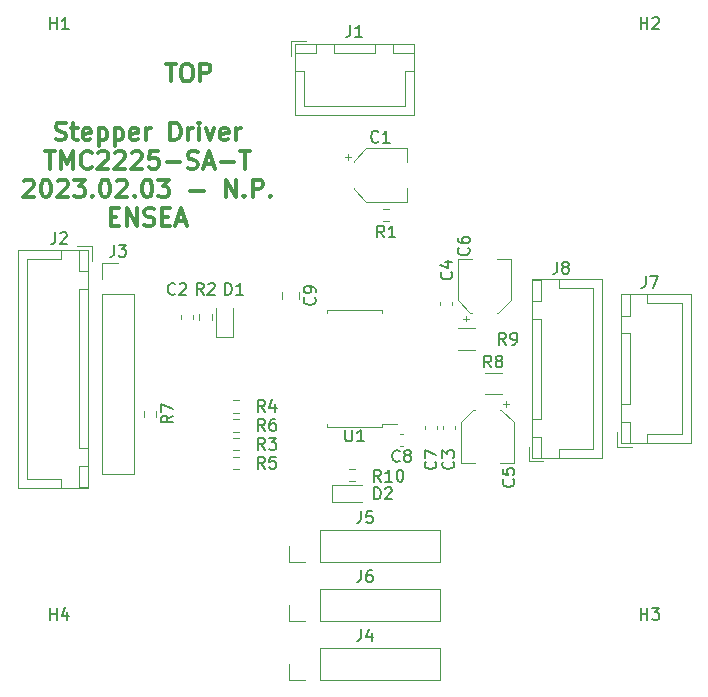
<source format=gbr>
%TF.GenerationSoftware,KiCad,Pcbnew,6.0.11-2627ca5db0~126~ubuntu22.04.1*%
%TF.CreationDate,2023-02-06T22:18:29+01:00*%
%TF.ProjectId,Stepper_Driver_TMC2225-SA-T,53746570-7065-4725-9f44-72697665725f,rev?*%
%TF.SameCoordinates,Original*%
%TF.FileFunction,Legend,Top*%
%TF.FilePolarity,Positive*%
%FSLAX46Y46*%
G04 Gerber Fmt 4.6, Leading zero omitted, Abs format (unit mm)*
G04 Created by KiCad (PCBNEW 6.0.11-2627ca5db0~126~ubuntu22.04.1) date 2023-02-06 22:18:29*
%MOMM*%
%LPD*%
G01*
G04 APERTURE LIST*
%ADD10C,0.300000*%
%ADD11C,0.150000*%
%ADD12C,0.120000*%
G04 APERTURE END LIST*
D10*
X39035714Y-29178571D02*
X39892857Y-29178571D01*
X39464285Y-30678571D02*
X39464285Y-29178571D01*
X40678571Y-29178571D02*
X40964285Y-29178571D01*
X41107142Y-29250000D01*
X41250000Y-29392857D01*
X41321428Y-29678571D01*
X41321428Y-30178571D01*
X41250000Y-30464285D01*
X41107142Y-30607142D01*
X40964285Y-30678571D01*
X40678571Y-30678571D01*
X40535714Y-30607142D01*
X40392857Y-30464285D01*
X40321428Y-30178571D01*
X40321428Y-29678571D01*
X40392857Y-29392857D01*
X40535714Y-29250000D01*
X40678571Y-29178571D01*
X41964285Y-30678571D02*
X41964285Y-29178571D01*
X42535714Y-29178571D01*
X42678571Y-29250000D01*
X42750000Y-29321428D01*
X42821428Y-29464285D01*
X42821428Y-29678571D01*
X42750000Y-29821428D01*
X42678571Y-29892857D01*
X42535714Y-29964285D01*
X41964285Y-29964285D01*
X29714285Y-35584642D02*
X29928571Y-35656071D01*
X30285714Y-35656071D01*
X30428571Y-35584642D01*
X30500000Y-35513214D01*
X30571428Y-35370357D01*
X30571428Y-35227500D01*
X30500000Y-35084642D01*
X30428571Y-35013214D01*
X30285714Y-34941785D01*
X30000000Y-34870357D01*
X29857142Y-34798928D01*
X29785714Y-34727500D01*
X29714285Y-34584642D01*
X29714285Y-34441785D01*
X29785714Y-34298928D01*
X29857142Y-34227500D01*
X30000000Y-34156071D01*
X30357142Y-34156071D01*
X30571428Y-34227500D01*
X31000000Y-34656071D02*
X31571428Y-34656071D01*
X31214285Y-34156071D02*
X31214285Y-35441785D01*
X31285714Y-35584642D01*
X31428571Y-35656071D01*
X31571428Y-35656071D01*
X32642857Y-35584642D02*
X32500000Y-35656071D01*
X32214285Y-35656071D01*
X32071428Y-35584642D01*
X32000000Y-35441785D01*
X32000000Y-34870357D01*
X32071428Y-34727500D01*
X32214285Y-34656071D01*
X32500000Y-34656071D01*
X32642857Y-34727500D01*
X32714285Y-34870357D01*
X32714285Y-35013214D01*
X32000000Y-35156071D01*
X33357142Y-34656071D02*
X33357142Y-36156071D01*
X33357142Y-34727500D02*
X33500000Y-34656071D01*
X33785714Y-34656071D01*
X33928571Y-34727500D01*
X34000000Y-34798928D01*
X34071428Y-34941785D01*
X34071428Y-35370357D01*
X34000000Y-35513214D01*
X33928571Y-35584642D01*
X33785714Y-35656071D01*
X33500000Y-35656071D01*
X33357142Y-35584642D01*
X34714285Y-34656071D02*
X34714285Y-36156071D01*
X34714285Y-34727500D02*
X34857142Y-34656071D01*
X35142857Y-34656071D01*
X35285714Y-34727500D01*
X35357142Y-34798928D01*
X35428571Y-34941785D01*
X35428571Y-35370357D01*
X35357142Y-35513214D01*
X35285714Y-35584642D01*
X35142857Y-35656071D01*
X34857142Y-35656071D01*
X34714285Y-35584642D01*
X36642857Y-35584642D02*
X36500000Y-35656071D01*
X36214285Y-35656071D01*
X36071428Y-35584642D01*
X36000000Y-35441785D01*
X36000000Y-34870357D01*
X36071428Y-34727500D01*
X36214285Y-34656071D01*
X36500000Y-34656071D01*
X36642857Y-34727500D01*
X36714285Y-34870357D01*
X36714285Y-35013214D01*
X36000000Y-35156071D01*
X37357142Y-35656071D02*
X37357142Y-34656071D01*
X37357142Y-34941785D02*
X37428571Y-34798928D01*
X37500000Y-34727500D01*
X37642857Y-34656071D01*
X37785714Y-34656071D01*
X39428571Y-35656071D02*
X39428571Y-34156071D01*
X39785714Y-34156071D01*
X40000000Y-34227500D01*
X40142857Y-34370357D01*
X40214285Y-34513214D01*
X40285714Y-34798928D01*
X40285714Y-35013214D01*
X40214285Y-35298928D01*
X40142857Y-35441785D01*
X40000000Y-35584642D01*
X39785714Y-35656071D01*
X39428571Y-35656071D01*
X40928571Y-35656071D02*
X40928571Y-34656071D01*
X40928571Y-34941785D02*
X41000000Y-34798928D01*
X41071428Y-34727500D01*
X41214285Y-34656071D01*
X41357142Y-34656071D01*
X41857142Y-35656071D02*
X41857142Y-34656071D01*
X41857142Y-34156071D02*
X41785714Y-34227500D01*
X41857142Y-34298928D01*
X41928571Y-34227500D01*
X41857142Y-34156071D01*
X41857142Y-34298928D01*
X42428571Y-34656071D02*
X42785714Y-35656071D01*
X43142857Y-34656071D01*
X44285714Y-35584642D02*
X44142857Y-35656071D01*
X43857142Y-35656071D01*
X43714285Y-35584642D01*
X43642857Y-35441785D01*
X43642857Y-34870357D01*
X43714285Y-34727500D01*
X43857142Y-34656071D01*
X44142857Y-34656071D01*
X44285714Y-34727500D01*
X44357142Y-34870357D01*
X44357142Y-35013214D01*
X43642857Y-35156071D01*
X45000000Y-35656071D02*
X45000000Y-34656071D01*
X45000000Y-34941785D02*
X45071428Y-34798928D01*
X45142857Y-34727500D01*
X45285714Y-34656071D01*
X45428571Y-34656071D01*
X28821428Y-36571071D02*
X29678571Y-36571071D01*
X29249999Y-38071071D02*
X29249999Y-36571071D01*
X30178571Y-38071071D02*
X30178571Y-36571071D01*
X30678571Y-37642500D01*
X31178571Y-36571071D01*
X31178571Y-38071071D01*
X32749999Y-37928214D02*
X32678571Y-37999642D01*
X32464285Y-38071071D01*
X32321428Y-38071071D01*
X32107142Y-37999642D01*
X31964285Y-37856785D01*
X31892857Y-37713928D01*
X31821428Y-37428214D01*
X31821428Y-37213928D01*
X31892857Y-36928214D01*
X31964285Y-36785357D01*
X32107142Y-36642500D01*
X32321428Y-36571071D01*
X32464285Y-36571071D01*
X32678571Y-36642500D01*
X32749999Y-36713928D01*
X33321428Y-36713928D02*
X33392857Y-36642500D01*
X33535714Y-36571071D01*
X33892857Y-36571071D01*
X34035714Y-36642500D01*
X34107142Y-36713928D01*
X34178571Y-36856785D01*
X34178571Y-36999642D01*
X34107142Y-37213928D01*
X33249999Y-38071071D01*
X34178571Y-38071071D01*
X34749999Y-36713928D02*
X34821428Y-36642500D01*
X34964285Y-36571071D01*
X35321428Y-36571071D01*
X35464285Y-36642500D01*
X35535714Y-36713928D01*
X35607142Y-36856785D01*
X35607142Y-36999642D01*
X35535714Y-37213928D01*
X34678571Y-38071071D01*
X35607142Y-38071071D01*
X36178571Y-36713928D02*
X36249999Y-36642500D01*
X36392857Y-36571071D01*
X36749999Y-36571071D01*
X36892857Y-36642500D01*
X36964285Y-36713928D01*
X37035714Y-36856785D01*
X37035714Y-36999642D01*
X36964285Y-37213928D01*
X36107142Y-38071071D01*
X37035714Y-38071071D01*
X38392857Y-36571071D02*
X37678571Y-36571071D01*
X37607142Y-37285357D01*
X37678571Y-37213928D01*
X37821428Y-37142500D01*
X38178571Y-37142500D01*
X38321428Y-37213928D01*
X38392857Y-37285357D01*
X38464285Y-37428214D01*
X38464285Y-37785357D01*
X38392857Y-37928214D01*
X38321428Y-37999642D01*
X38178571Y-38071071D01*
X37821428Y-38071071D01*
X37678571Y-37999642D01*
X37607142Y-37928214D01*
X39107142Y-37499642D02*
X40250000Y-37499642D01*
X40892857Y-37999642D02*
X41107142Y-38071071D01*
X41464285Y-38071071D01*
X41607142Y-37999642D01*
X41678571Y-37928214D01*
X41750000Y-37785357D01*
X41750000Y-37642500D01*
X41678571Y-37499642D01*
X41607142Y-37428214D01*
X41464285Y-37356785D01*
X41178571Y-37285357D01*
X41035714Y-37213928D01*
X40964285Y-37142500D01*
X40892857Y-36999642D01*
X40892857Y-36856785D01*
X40964285Y-36713928D01*
X41035714Y-36642500D01*
X41178571Y-36571071D01*
X41535714Y-36571071D01*
X41750000Y-36642500D01*
X42321428Y-37642500D02*
X43035714Y-37642500D01*
X42178571Y-38071071D02*
X42678571Y-36571071D01*
X43178571Y-38071071D01*
X43678571Y-37499642D02*
X44821428Y-37499642D01*
X45321428Y-36571071D02*
X46178571Y-36571071D01*
X45750000Y-38071071D02*
X45750000Y-36571071D01*
X27035714Y-39128928D02*
X27107142Y-39057500D01*
X27250000Y-38986071D01*
X27607142Y-38986071D01*
X27750000Y-39057500D01*
X27821428Y-39128928D01*
X27892857Y-39271785D01*
X27892857Y-39414642D01*
X27821428Y-39628928D01*
X26964285Y-40486071D01*
X27892857Y-40486071D01*
X28821428Y-38986071D02*
X28964285Y-38986071D01*
X29107142Y-39057500D01*
X29178571Y-39128928D01*
X29250000Y-39271785D01*
X29321428Y-39557500D01*
X29321428Y-39914642D01*
X29250000Y-40200357D01*
X29178571Y-40343214D01*
X29107142Y-40414642D01*
X28964285Y-40486071D01*
X28821428Y-40486071D01*
X28678571Y-40414642D01*
X28607142Y-40343214D01*
X28535714Y-40200357D01*
X28464285Y-39914642D01*
X28464285Y-39557500D01*
X28535714Y-39271785D01*
X28607142Y-39128928D01*
X28678571Y-39057500D01*
X28821428Y-38986071D01*
X29892857Y-39128928D02*
X29964285Y-39057500D01*
X30107142Y-38986071D01*
X30464285Y-38986071D01*
X30607142Y-39057500D01*
X30678571Y-39128928D01*
X30750000Y-39271785D01*
X30750000Y-39414642D01*
X30678571Y-39628928D01*
X29821428Y-40486071D01*
X30750000Y-40486071D01*
X31250000Y-38986071D02*
X32178571Y-38986071D01*
X31678571Y-39557500D01*
X31892857Y-39557500D01*
X32035714Y-39628928D01*
X32107142Y-39700357D01*
X32178571Y-39843214D01*
X32178571Y-40200357D01*
X32107142Y-40343214D01*
X32035714Y-40414642D01*
X31892857Y-40486071D01*
X31464285Y-40486071D01*
X31321428Y-40414642D01*
X31250000Y-40343214D01*
X32821428Y-40343214D02*
X32892857Y-40414642D01*
X32821428Y-40486071D01*
X32750000Y-40414642D01*
X32821428Y-40343214D01*
X32821428Y-40486071D01*
X33821428Y-38986071D02*
X33964285Y-38986071D01*
X34107142Y-39057500D01*
X34178571Y-39128928D01*
X34250000Y-39271785D01*
X34321428Y-39557500D01*
X34321428Y-39914642D01*
X34250000Y-40200357D01*
X34178571Y-40343214D01*
X34107142Y-40414642D01*
X33964285Y-40486071D01*
X33821428Y-40486071D01*
X33678571Y-40414642D01*
X33607142Y-40343214D01*
X33535714Y-40200357D01*
X33464285Y-39914642D01*
X33464285Y-39557500D01*
X33535714Y-39271785D01*
X33607142Y-39128928D01*
X33678571Y-39057500D01*
X33821428Y-38986071D01*
X34892857Y-39128928D02*
X34964285Y-39057500D01*
X35107142Y-38986071D01*
X35464285Y-38986071D01*
X35607142Y-39057500D01*
X35678571Y-39128928D01*
X35750000Y-39271785D01*
X35750000Y-39414642D01*
X35678571Y-39628928D01*
X34821428Y-40486071D01*
X35750000Y-40486071D01*
X36392857Y-40343214D02*
X36464285Y-40414642D01*
X36392857Y-40486071D01*
X36321428Y-40414642D01*
X36392857Y-40343214D01*
X36392857Y-40486071D01*
X37392857Y-38986071D02*
X37535714Y-38986071D01*
X37678571Y-39057500D01*
X37750000Y-39128928D01*
X37821428Y-39271785D01*
X37892857Y-39557500D01*
X37892857Y-39914642D01*
X37821428Y-40200357D01*
X37750000Y-40343214D01*
X37678571Y-40414642D01*
X37535714Y-40486071D01*
X37392857Y-40486071D01*
X37250000Y-40414642D01*
X37178571Y-40343214D01*
X37107142Y-40200357D01*
X37035714Y-39914642D01*
X37035714Y-39557500D01*
X37107142Y-39271785D01*
X37178571Y-39128928D01*
X37250000Y-39057500D01*
X37392857Y-38986071D01*
X38392857Y-38986071D02*
X39321428Y-38986071D01*
X38821428Y-39557500D01*
X39035714Y-39557500D01*
X39178571Y-39628928D01*
X39250000Y-39700357D01*
X39321428Y-39843214D01*
X39321428Y-40200357D01*
X39250000Y-40343214D01*
X39178571Y-40414642D01*
X39035714Y-40486071D01*
X38607142Y-40486071D01*
X38464285Y-40414642D01*
X38392857Y-40343214D01*
X41107142Y-39914642D02*
X42250000Y-39914642D01*
X44107142Y-40486071D02*
X44107142Y-38986071D01*
X44964285Y-40486071D01*
X44964285Y-38986071D01*
X45678571Y-40343214D02*
X45750000Y-40414642D01*
X45678571Y-40486071D01*
X45607142Y-40414642D01*
X45678571Y-40343214D01*
X45678571Y-40486071D01*
X46392857Y-40486071D02*
X46392857Y-38986071D01*
X46964285Y-38986071D01*
X47107142Y-39057500D01*
X47178571Y-39128928D01*
X47250000Y-39271785D01*
X47250000Y-39486071D01*
X47178571Y-39628928D01*
X47107142Y-39700357D01*
X46964285Y-39771785D01*
X46392857Y-39771785D01*
X47892857Y-40343214D02*
X47964285Y-40414642D01*
X47892857Y-40486071D01*
X47821428Y-40414642D01*
X47892857Y-40343214D01*
X47892857Y-40486071D01*
X34357142Y-42115357D02*
X34857142Y-42115357D01*
X35071428Y-42901071D02*
X34357142Y-42901071D01*
X34357142Y-41401071D01*
X35071428Y-41401071D01*
X35714285Y-42901071D02*
X35714285Y-41401071D01*
X36571428Y-42901071D01*
X36571428Y-41401071D01*
X37214285Y-42829642D02*
X37428571Y-42901071D01*
X37785714Y-42901071D01*
X37928571Y-42829642D01*
X38000000Y-42758214D01*
X38071428Y-42615357D01*
X38071428Y-42472500D01*
X38000000Y-42329642D01*
X37928571Y-42258214D01*
X37785714Y-42186785D01*
X37500000Y-42115357D01*
X37357142Y-42043928D01*
X37285714Y-41972500D01*
X37214285Y-41829642D01*
X37214285Y-41686785D01*
X37285714Y-41543928D01*
X37357142Y-41472500D01*
X37500000Y-41401071D01*
X37857142Y-41401071D01*
X38071428Y-41472500D01*
X38714285Y-42115357D02*
X39214285Y-42115357D01*
X39428571Y-42901071D02*
X38714285Y-42901071D01*
X38714285Y-41401071D01*
X39428571Y-41401071D01*
X40000000Y-42472500D02*
X40714285Y-42472500D01*
X39857142Y-42901071D02*
X40357142Y-41401071D01*
X40857142Y-42901071D01*
D11*
%TO.C,C4*%
X63207142Y-46816666D02*
X63254761Y-46864285D01*
X63302380Y-47007142D01*
X63302380Y-47102380D01*
X63254761Y-47245238D01*
X63159523Y-47340476D01*
X63064285Y-47388095D01*
X62873809Y-47435714D01*
X62730952Y-47435714D01*
X62540476Y-47388095D01*
X62445238Y-47340476D01*
X62350000Y-47245238D01*
X62302380Y-47102380D01*
X62302380Y-47007142D01*
X62350000Y-46864285D01*
X62397619Y-46816666D01*
X62635714Y-45959523D02*
X63302380Y-45959523D01*
X62254761Y-46197619D02*
X62969047Y-46435714D01*
X62969047Y-45816666D01*
%TO.C,H3*%
X79238095Y-76252380D02*
X79238095Y-75252380D01*
X79238095Y-75728571D02*
X79809523Y-75728571D01*
X79809523Y-76252380D02*
X79809523Y-75252380D01*
X80190476Y-75252380D02*
X80809523Y-75252380D01*
X80476190Y-75633333D01*
X80619047Y-75633333D01*
X80714285Y-75680952D01*
X80761904Y-75728571D01*
X80809523Y-75823809D01*
X80809523Y-76061904D01*
X80761904Y-76157142D01*
X80714285Y-76204761D01*
X80619047Y-76252380D01*
X80333333Y-76252380D01*
X80238095Y-76204761D01*
X80190476Y-76157142D01*
%TO.C,J3*%
X34666666Y-44502380D02*
X34666666Y-45216666D01*
X34619047Y-45359523D01*
X34523809Y-45454761D01*
X34380952Y-45502380D01*
X34285714Y-45502380D01*
X35047619Y-44502380D02*
X35666666Y-44502380D01*
X35333333Y-44883333D01*
X35476190Y-44883333D01*
X35571428Y-44930952D01*
X35619047Y-44978571D01*
X35666666Y-45073809D01*
X35666666Y-45311904D01*
X35619047Y-45407142D01*
X35571428Y-45454761D01*
X35476190Y-45502380D01*
X35190476Y-45502380D01*
X35095238Y-45454761D01*
X35047619Y-45407142D01*
%TO.C,J6*%
X55566666Y-72052380D02*
X55566666Y-72766666D01*
X55519047Y-72909523D01*
X55423809Y-73004761D01*
X55280952Y-73052380D01*
X55185714Y-73052380D01*
X56471428Y-72052380D02*
X56280952Y-72052380D01*
X56185714Y-72100000D01*
X56138095Y-72147619D01*
X56042857Y-72290476D01*
X55995238Y-72480952D01*
X55995238Y-72861904D01*
X56042857Y-72957142D01*
X56090476Y-73004761D01*
X56185714Y-73052380D01*
X56376190Y-73052380D01*
X56471428Y-73004761D01*
X56519047Y-72957142D01*
X56566666Y-72861904D01*
X56566666Y-72623809D01*
X56519047Y-72528571D01*
X56471428Y-72480952D01*
X56376190Y-72433333D01*
X56185714Y-72433333D01*
X56090476Y-72480952D01*
X56042857Y-72528571D01*
X55995238Y-72623809D01*
%TO.C,R1*%
X57533333Y-43882380D02*
X57200000Y-43406190D01*
X56961904Y-43882380D02*
X56961904Y-42882380D01*
X57342857Y-42882380D01*
X57438095Y-42930000D01*
X57485714Y-42977619D01*
X57533333Y-43072857D01*
X57533333Y-43215714D01*
X57485714Y-43310952D01*
X57438095Y-43358571D01*
X57342857Y-43406190D01*
X56961904Y-43406190D01*
X58485714Y-43882380D02*
X57914285Y-43882380D01*
X58200000Y-43882380D02*
X58200000Y-42882380D01*
X58104761Y-43025238D01*
X58009523Y-43120476D01*
X57914285Y-43168095D01*
%TO.C,R2*%
X42233333Y-48752380D02*
X41900000Y-48276190D01*
X41661904Y-48752380D02*
X41661904Y-47752380D01*
X42042857Y-47752380D01*
X42138095Y-47800000D01*
X42185714Y-47847619D01*
X42233333Y-47942857D01*
X42233333Y-48085714D01*
X42185714Y-48180952D01*
X42138095Y-48228571D01*
X42042857Y-48276190D01*
X41661904Y-48276190D01*
X42614285Y-47847619D02*
X42661904Y-47800000D01*
X42757142Y-47752380D01*
X42995238Y-47752380D01*
X43090476Y-47800000D01*
X43138095Y-47847619D01*
X43185714Y-47942857D01*
X43185714Y-48038095D01*
X43138095Y-48180952D01*
X42566666Y-48752380D01*
X43185714Y-48752380D01*
%TO.C,R6*%
X47433333Y-60252380D02*
X47100000Y-59776190D01*
X46861904Y-60252380D02*
X46861904Y-59252380D01*
X47242857Y-59252380D01*
X47338095Y-59300000D01*
X47385714Y-59347619D01*
X47433333Y-59442857D01*
X47433333Y-59585714D01*
X47385714Y-59680952D01*
X47338095Y-59728571D01*
X47242857Y-59776190D01*
X46861904Y-59776190D01*
X48290476Y-59252380D02*
X48100000Y-59252380D01*
X48004761Y-59300000D01*
X47957142Y-59347619D01*
X47861904Y-59490476D01*
X47814285Y-59680952D01*
X47814285Y-60061904D01*
X47861904Y-60157142D01*
X47909523Y-60204761D01*
X48004761Y-60252380D01*
X48195238Y-60252380D01*
X48290476Y-60204761D01*
X48338095Y-60157142D01*
X48385714Y-60061904D01*
X48385714Y-59823809D01*
X48338095Y-59728571D01*
X48290476Y-59680952D01*
X48195238Y-59633333D01*
X48004761Y-59633333D01*
X47909523Y-59680952D01*
X47861904Y-59728571D01*
X47814285Y-59823809D01*
%TO.C,C8*%
X58833333Y-62787142D02*
X58785714Y-62834761D01*
X58642857Y-62882380D01*
X58547619Y-62882380D01*
X58404761Y-62834761D01*
X58309523Y-62739523D01*
X58261904Y-62644285D01*
X58214285Y-62453809D01*
X58214285Y-62310952D01*
X58261904Y-62120476D01*
X58309523Y-62025238D01*
X58404761Y-61930000D01*
X58547619Y-61882380D01*
X58642857Y-61882380D01*
X58785714Y-61930000D01*
X58833333Y-61977619D01*
X59404761Y-62310952D02*
X59309523Y-62263333D01*
X59261904Y-62215714D01*
X59214285Y-62120476D01*
X59214285Y-62072857D01*
X59261904Y-61977619D01*
X59309523Y-61930000D01*
X59404761Y-61882380D01*
X59595238Y-61882380D01*
X59690476Y-61930000D01*
X59738095Y-61977619D01*
X59785714Y-62072857D01*
X59785714Y-62120476D01*
X59738095Y-62215714D01*
X59690476Y-62263333D01*
X59595238Y-62310952D01*
X59404761Y-62310952D01*
X59309523Y-62358571D01*
X59261904Y-62406190D01*
X59214285Y-62501428D01*
X59214285Y-62691904D01*
X59261904Y-62787142D01*
X59309523Y-62834761D01*
X59404761Y-62882380D01*
X59595238Y-62882380D01*
X59690476Y-62834761D01*
X59738095Y-62787142D01*
X59785714Y-62691904D01*
X59785714Y-62501428D01*
X59738095Y-62406190D01*
X59690476Y-62358571D01*
X59595238Y-62310952D01*
%TO.C,H2*%
X79238095Y-26252380D02*
X79238095Y-25252380D01*
X79238095Y-25728571D02*
X79809523Y-25728571D01*
X79809523Y-26252380D02*
X79809523Y-25252380D01*
X80238095Y-25347619D02*
X80285714Y-25300000D01*
X80380952Y-25252380D01*
X80619047Y-25252380D01*
X80714285Y-25300000D01*
X80761904Y-25347619D01*
X80809523Y-25442857D01*
X80809523Y-25538095D01*
X80761904Y-25680952D01*
X80190476Y-26252380D01*
X80809523Y-26252380D01*
%TO.C,R5*%
X47433333Y-63452380D02*
X47100000Y-62976190D01*
X46861904Y-63452380D02*
X46861904Y-62452380D01*
X47242857Y-62452380D01*
X47338095Y-62500000D01*
X47385714Y-62547619D01*
X47433333Y-62642857D01*
X47433333Y-62785714D01*
X47385714Y-62880952D01*
X47338095Y-62928571D01*
X47242857Y-62976190D01*
X46861904Y-62976190D01*
X48338095Y-62452380D02*
X47861904Y-62452380D01*
X47814285Y-62928571D01*
X47861904Y-62880952D01*
X47957142Y-62833333D01*
X48195238Y-62833333D01*
X48290476Y-62880952D01*
X48338095Y-62928571D01*
X48385714Y-63023809D01*
X48385714Y-63261904D01*
X48338095Y-63357142D01*
X48290476Y-63404761D01*
X48195238Y-63452380D01*
X47957142Y-63452380D01*
X47861904Y-63404761D01*
X47814285Y-63357142D01*
%TO.C,C7*%
X61857142Y-62866666D02*
X61904761Y-62914285D01*
X61952380Y-63057142D01*
X61952380Y-63152380D01*
X61904761Y-63295238D01*
X61809523Y-63390476D01*
X61714285Y-63438095D01*
X61523809Y-63485714D01*
X61380952Y-63485714D01*
X61190476Y-63438095D01*
X61095238Y-63390476D01*
X61000000Y-63295238D01*
X60952380Y-63152380D01*
X60952380Y-63057142D01*
X61000000Y-62914285D01*
X61047619Y-62866666D01*
X60952380Y-62533333D02*
X60952380Y-61866666D01*
X61952380Y-62295238D01*
%TO.C,R3*%
X47433333Y-61852380D02*
X47100000Y-61376190D01*
X46861904Y-61852380D02*
X46861904Y-60852380D01*
X47242857Y-60852380D01*
X47338095Y-60900000D01*
X47385714Y-60947619D01*
X47433333Y-61042857D01*
X47433333Y-61185714D01*
X47385714Y-61280952D01*
X47338095Y-61328571D01*
X47242857Y-61376190D01*
X46861904Y-61376190D01*
X47766666Y-60852380D02*
X48385714Y-60852380D01*
X48052380Y-61233333D01*
X48195238Y-61233333D01*
X48290476Y-61280952D01*
X48338095Y-61328571D01*
X48385714Y-61423809D01*
X48385714Y-61661904D01*
X48338095Y-61757142D01*
X48290476Y-61804761D01*
X48195238Y-61852380D01*
X47909523Y-61852380D01*
X47814285Y-61804761D01*
X47766666Y-61757142D01*
%TO.C,C1*%
X57033333Y-35757142D02*
X56985714Y-35804761D01*
X56842857Y-35852380D01*
X56747619Y-35852380D01*
X56604761Y-35804761D01*
X56509523Y-35709523D01*
X56461904Y-35614285D01*
X56414285Y-35423809D01*
X56414285Y-35280952D01*
X56461904Y-35090476D01*
X56509523Y-34995238D01*
X56604761Y-34900000D01*
X56747619Y-34852380D01*
X56842857Y-34852380D01*
X56985714Y-34900000D01*
X57033333Y-34947619D01*
X57985714Y-35852380D02*
X57414285Y-35852380D01*
X57700000Y-35852380D02*
X57700000Y-34852380D01*
X57604761Y-34995238D01*
X57509523Y-35090476D01*
X57414285Y-35138095D01*
%TO.C,J4*%
X55566666Y-77052380D02*
X55566666Y-77766666D01*
X55519047Y-77909523D01*
X55423809Y-78004761D01*
X55280952Y-78052380D01*
X55185714Y-78052380D01*
X56471428Y-77385714D02*
X56471428Y-78052380D01*
X56233333Y-77004761D02*
X55995238Y-77719047D01*
X56614285Y-77719047D01*
%TO.C,J5*%
X55566666Y-67052380D02*
X55566666Y-67766666D01*
X55519047Y-67909523D01*
X55423809Y-68004761D01*
X55280952Y-68052380D01*
X55185714Y-68052380D01*
X56519047Y-67052380D02*
X56042857Y-67052380D01*
X55995238Y-67528571D01*
X56042857Y-67480952D01*
X56138095Y-67433333D01*
X56376190Y-67433333D01*
X56471428Y-67480952D01*
X56519047Y-67528571D01*
X56566666Y-67623809D01*
X56566666Y-67861904D01*
X56519047Y-67957142D01*
X56471428Y-68004761D01*
X56376190Y-68052380D01*
X56138095Y-68052380D01*
X56042857Y-68004761D01*
X55995238Y-67957142D01*
%TO.C,H4*%
X29238095Y-76252380D02*
X29238095Y-75252380D01*
X29238095Y-75728571D02*
X29809523Y-75728571D01*
X29809523Y-76252380D02*
X29809523Y-75252380D01*
X30714285Y-75585714D02*
X30714285Y-76252380D01*
X30476190Y-75204761D02*
X30238095Y-75919047D01*
X30857142Y-75919047D01*
%TO.C,R7*%
X39652380Y-58966666D02*
X39176190Y-59300000D01*
X39652380Y-59538095D02*
X38652380Y-59538095D01*
X38652380Y-59157142D01*
X38700000Y-59061904D01*
X38747619Y-59014285D01*
X38842857Y-58966666D01*
X38985714Y-58966666D01*
X39080952Y-59014285D01*
X39128571Y-59061904D01*
X39176190Y-59157142D01*
X39176190Y-59538095D01*
X38652380Y-58633333D02*
X38652380Y-57966666D01*
X39652380Y-58395238D01*
%TO.C,C6*%
X64657142Y-44766666D02*
X64704761Y-44814285D01*
X64752380Y-44957142D01*
X64752380Y-45052380D01*
X64704761Y-45195238D01*
X64609523Y-45290476D01*
X64514285Y-45338095D01*
X64323809Y-45385714D01*
X64180952Y-45385714D01*
X63990476Y-45338095D01*
X63895238Y-45290476D01*
X63800000Y-45195238D01*
X63752380Y-45052380D01*
X63752380Y-44957142D01*
X63800000Y-44814285D01*
X63847619Y-44766666D01*
X63752380Y-43909523D02*
X63752380Y-44100000D01*
X63800000Y-44195238D01*
X63847619Y-44242857D01*
X63990476Y-44338095D01*
X64180952Y-44385714D01*
X64561904Y-44385714D01*
X64657142Y-44338095D01*
X64704761Y-44290476D01*
X64752380Y-44195238D01*
X64752380Y-44004761D01*
X64704761Y-43909523D01*
X64657142Y-43861904D01*
X64561904Y-43814285D01*
X64323809Y-43814285D01*
X64228571Y-43861904D01*
X64180952Y-43909523D01*
X64133333Y-44004761D01*
X64133333Y-44195238D01*
X64180952Y-44290476D01*
X64228571Y-44338095D01*
X64323809Y-44385714D01*
%TO.C,D1*%
X44061904Y-48752380D02*
X44061904Y-47752380D01*
X44300000Y-47752380D01*
X44442857Y-47800000D01*
X44538095Y-47895238D01*
X44585714Y-47990476D01*
X44633333Y-48180952D01*
X44633333Y-48323809D01*
X44585714Y-48514285D01*
X44538095Y-48609523D01*
X44442857Y-48704761D01*
X44300000Y-48752380D01*
X44061904Y-48752380D01*
X45585714Y-48752380D02*
X45014285Y-48752380D01*
X45300000Y-48752380D02*
X45300000Y-47752380D01*
X45204761Y-47895238D01*
X45109523Y-47990476D01*
X45014285Y-48038095D01*
%TO.C,D2*%
X56661904Y-66052380D02*
X56661904Y-65052380D01*
X56900000Y-65052380D01*
X57042857Y-65100000D01*
X57138095Y-65195238D01*
X57185714Y-65290476D01*
X57233333Y-65480952D01*
X57233333Y-65623809D01*
X57185714Y-65814285D01*
X57138095Y-65909523D01*
X57042857Y-66004761D01*
X56900000Y-66052380D01*
X56661904Y-66052380D01*
X57614285Y-65147619D02*
X57661904Y-65100000D01*
X57757142Y-65052380D01*
X57995238Y-65052380D01*
X58090476Y-65100000D01*
X58138095Y-65147619D01*
X58185714Y-65242857D01*
X58185714Y-65338095D01*
X58138095Y-65480952D01*
X57566666Y-66052380D01*
X58185714Y-66052380D01*
%TO.C,R4*%
X47433333Y-58652380D02*
X47100000Y-58176190D01*
X46861904Y-58652380D02*
X46861904Y-57652380D01*
X47242857Y-57652380D01*
X47338095Y-57700000D01*
X47385714Y-57747619D01*
X47433333Y-57842857D01*
X47433333Y-57985714D01*
X47385714Y-58080952D01*
X47338095Y-58128571D01*
X47242857Y-58176190D01*
X46861904Y-58176190D01*
X48290476Y-57985714D02*
X48290476Y-58652380D01*
X48052380Y-57604761D02*
X47814285Y-58319047D01*
X48433333Y-58319047D01*
%TO.C,J2*%
X29666666Y-43452380D02*
X29666666Y-44166666D01*
X29619047Y-44309523D01*
X29523809Y-44404761D01*
X29380952Y-44452380D01*
X29285714Y-44452380D01*
X30095238Y-43547619D02*
X30142857Y-43500000D01*
X30238095Y-43452380D01*
X30476190Y-43452380D01*
X30571428Y-43500000D01*
X30619047Y-43547619D01*
X30666666Y-43642857D01*
X30666666Y-43738095D01*
X30619047Y-43880952D01*
X30047619Y-44452380D01*
X30666666Y-44452380D01*
%TO.C,J8*%
X72166666Y-45952380D02*
X72166666Y-46666666D01*
X72119047Y-46809523D01*
X72023809Y-46904761D01*
X71880952Y-46952380D01*
X71785714Y-46952380D01*
X72785714Y-46380952D02*
X72690476Y-46333333D01*
X72642857Y-46285714D01*
X72595238Y-46190476D01*
X72595238Y-46142857D01*
X72642857Y-46047619D01*
X72690476Y-46000000D01*
X72785714Y-45952380D01*
X72976190Y-45952380D01*
X73071428Y-46000000D01*
X73119047Y-46047619D01*
X73166666Y-46142857D01*
X73166666Y-46190476D01*
X73119047Y-46285714D01*
X73071428Y-46333333D01*
X72976190Y-46380952D01*
X72785714Y-46380952D01*
X72690476Y-46428571D01*
X72642857Y-46476190D01*
X72595238Y-46571428D01*
X72595238Y-46761904D01*
X72642857Y-46857142D01*
X72690476Y-46904761D01*
X72785714Y-46952380D01*
X72976190Y-46952380D01*
X73071428Y-46904761D01*
X73119047Y-46857142D01*
X73166666Y-46761904D01*
X73166666Y-46571428D01*
X73119047Y-46476190D01*
X73071428Y-46428571D01*
X72976190Y-46380952D01*
%TO.C,R9*%
X67833333Y-52952380D02*
X67500000Y-52476190D01*
X67261904Y-52952380D02*
X67261904Y-51952380D01*
X67642857Y-51952380D01*
X67738095Y-52000000D01*
X67785714Y-52047619D01*
X67833333Y-52142857D01*
X67833333Y-52285714D01*
X67785714Y-52380952D01*
X67738095Y-52428571D01*
X67642857Y-52476190D01*
X67261904Y-52476190D01*
X68309523Y-52952380D02*
X68500000Y-52952380D01*
X68595238Y-52904761D01*
X68642857Y-52857142D01*
X68738095Y-52714285D01*
X68785714Y-52523809D01*
X68785714Y-52142857D01*
X68738095Y-52047619D01*
X68690476Y-52000000D01*
X68595238Y-51952380D01*
X68404761Y-51952380D01*
X68309523Y-52000000D01*
X68261904Y-52047619D01*
X68214285Y-52142857D01*
X68214285Y-52380952D01*
X68261904Y-52476190D01*
X68309523Y-52523809D01*
X68404761Y-52571428D01*
X68595238Y-52571428D01*
X68690476Y-52523809D01*
X68738095Y-52476190D01*
X68785714Y-52380952D01*
%TO.C,R10*%
X57257142Y-64552380D02*
X56923809Y-64076190D01*
X56685714Y-64552380D02*
X56685714Y-63552380D01*
X57066666Y-63552380D01*
X57161904Y-63600000D01*
X57209523Y-63647619D01*
X57257142Y-63742857D01*
X57257142Y-63885714D01*
X57209523Y-63980952D01*
X57161904Y-64028571D01*
X57066666Y-64076190D01*
X56685714Y-64076190D01*
X58209523Y-64552380D02*
X57638095Y-64552380D01*
X57923809Y-64552380D02*
X57923809Y-63552380D01*
X57828571Y-63695238D01*
X57733333Y-63790476D01*
X57638095Y-63838095D01*
X58828571Y-63552380D02*
X58923809Y-63552380D01*
X59019047Y-63600000D01*
X59066666Y-63647619D01*
X59114285Y-63742857D01*
X59161904Y-63933333D01*
X59161904Y-64171428D01*
X59114285Y-64361904D01*
X59066666Y-64457142D01*
X59019047Y-64504761D01*
X58923809Y-64552380D01*
X58828571Y-64552380D01*
X58733333Y-64504761D01*
X58685714Y-64457142D01*
X58638095Y-64361904D01*
X58590476Y-64171428D01*
X58590476Y-63933333D01*
X58638095Y-63742857D01*
X58685714Y-63647619D01*
X58733333Y-63600000D01*
X58828571Y-63552380D01*
%TO.C,U1*%
X54238095Y-60152380D02*
X54238095Y-60961904D01*
X54285714Y-61057142D01*
X54333333Y-61104761D01*
X54428571Y-61152380D01*
X54619047Y-61152380D01*
X54714285Y-61104761D01*
X54761904Y-61057142D01*
X54809523Y-60961904D01*
X54809523Y-60152380D01*
X55809523Y-61152380D02*
X55238095Y-61152380D01*
X55523809Y-61152380D02*
X55523809Y-60152380D01*
X55428571Y-60295238D01*
X55333333Y-60390476D01*
X55238095Y-60438095D01*
%TO.C,J7*%
X79666666Y-47152380D02*
X79666666Y-47866666D01*
X79619047Y-48009523D01*
X79523809Y-48104761D01*
X79380952Y-48152380D01*
X79285714Y-48152380D01*
X80047619Y-47152380D02*
X80714285Y-47152380D01*
X80285714Y-48152380D01*
%TO.C,C2*%
X39833333Y-48657142D02*
X39785714Y-48704761D01*
X39642857Y-48752380D01*
X39547619Y-48752380D01*
X39404761Y-48704761D01*
X39309523Y-48609523D01*
X39261904Y-48514285D01*
X39214285Y-48323809D01*
X39214285Y-48180952D01*
X39261904Y-47990476D01*
X39309523Y-47895238D01*
X39404761Y-47800000D01*
X39547619Y-47752380D01*
X39642857Y-47752380D01*
X39785714Y-47800000D01*
X39833333Y-47847619D01*
X40214285Y-47847619D02*
X40261904Y-47800000D01*
X40357142Y-47752380D01*
X40595238Y-47752380D01*
X40690476Y-47800000D01*
X40738095Y-47847619D01*
X40785714Y-47942857D01*
X40785714Y-48038095D01*
X40738095Y-48180952D01*
X40166666Y-48752380D01*
X40785714Y-48752380D01*
%TO.C,J1*%
X54666666Y-25902380D02*
X54666666Y-26616666D01*
X54619047Y-26759523D01*
X54523809Y-26854761D01*
X54380952Y-26902380D01*
X54285714Y-26902380D01*
X55666666Y-26902380D02*
X55095238Y-26902380D01*
X55380952Y-26902380D02*
X55380952Y-25902380D01*
X55285714Y-26045238D01*
X55190476Y-26140476D01*
X55095238Y-26188095D01*
%TO.C,H1*%
X29238095Y-26252380D02*
X29238095Y-25252380D01*
X29238095Y-25728571D02*
X29809523Y-25728571D01*
X29809523Y-26252380D02*
X29809523Y-25252380D01*
X30809523Y-26252380D02*
X30238095Y-26252380D01*
X30523809Y-26252380D02*
X30523809Y-25252380D01*
X30428571Y-25395238D01*
X30333333Y-25490476D01*
X30238095Y-25538095D01*
%TO.C,C3*%
X63357142Y-62866666D02*
X63404761Y-62914285D01*
X63452380Y-63057142D01*
X63452380Y-63152380D01*
X63404761Y-63295238D01*
X63309523Y-63390476D01*
X63214285Y-63438095D01*
X63023809Y-63485714D01*
X62880952Y-63485714D01*
X62690476Y-63438095D01*
X62595238Y-63390476D01*
X62500000Y-63295238D01*
X62452380Y-63152380D01*
X62452380Y-63057142D01*
X62500000Y-62914285D01*
X62547619Y-62866666D01*
X62452380Y-62533333D02*
X62452380Y-61914285D01*
X62833333Y-62247619D01*
X62833333Y-62104761D01*
X62880952Y-62009523D01*
X62928571Y-61961904D01*
X63023809Y-61914285D01*
X63261904Y-61914285D01*
X63357142Y-61961904D01*
X63404761Y-62009523D01*
X63452380Y-62104761D01*
X63452380Y-62390476D01*
X63404761Y-62485714D01*
X63357142Y-62533333D01*
%TO.C,C9*%
X51637142Y-48966666D02*
X51684761Y-49014285D01*
X51732380Y-49157142D01*
X51732380Y-49252380D01*
X51684761Y-49395238D01*
X51589523Y-49490476D01*
X51494285Y-49538095D01*
X51303809Y-49585714D01*
X51160952Y-49585714D01*
X50970476Y-49538095D01*
X50875238Y-49490476D01*
X50780000Y-49395238D01*
X50732380Y-49252380D01*
X50732380Y-49157142D01*
X50780000Y-49014285D01*
X50827619Y-48966666D01*
X51732380Y-48490476D02*
X51732380Y-48300000D01*
X51684761Y-48204761D01*
X51637142Y-48157142D01*
X51494285Y-48061904D01*
X51303809Y-48014285D01*
X50922857Y-48014285D01*
X50827619Y-48061904D01*
X50780000Y-48109523D01*
X50732380Y-48204761D01*
X50732380Y-48395238D01*
X50780000Y-48490476D01*
X50827619Y-48538095D01*
X50922857Y-48585714D01*
X51160952Y-48585714D01*
X51256190Y-48538095D01*
X51303809Y-48490476D01*
X51351428Y-48395238D01*
X51351428Y-48204761D01*
X51303809Y-48109523D01*
X51256190Y-48061904D01*
X51160952Y-48014285D01*
%TO.C,R8*%
X66583333Y-54882380D02*
X66250000Y-54406190D01*
X66011904Y-54882380D02*
X66011904Y-53882380D01*
X66392857Y-53882380D01*
X66488095Y-53930000D01*
X66535714Y-53977619D01*
X66583333Y-54072857D01*
X66583333Y-54215714D01*
X66535714Y-54310952D01*
X66488095Y-54358571D01*
X66392857Y-54406190D01*
X66011904Y-54406190D01*
X67154761Y-54310952D02*
X67059523Y-54263333D01*
X67011904Y-54215714D01*
X66964285Y-54120476D01*
X66964285Y-54072857D01*
X67011904Y-53977619D01*
X67059523Y-53930000D01*
X67154761Y-53882380D01*
X67345238Y-53882380D01*
X67440476Y-53930000D01*
X67488095Y-53977619D01*
X67535714Y-54072857D01*
X67535714Y-54120476D01*
X67488095Y-54215714D01*
X67440476Y-54263333D01*
X67345238Y-54310952D01*
X67154761Y-54310952D01*
X67059523Y-54358571D01*
X67011904Y-54406190D01*
X66964285Y-54501428D01*
X66964285Y-54691904D01*
X67011904Y-54787142D01*
X67059523Y-54834761D01*
X67154761Y-54882380D01*
X67345238Y-54882380D01*
X67440476Y-54834761D01*
X67488095Y-54787142D01*
X67535714Y-54691904D01*
X67535714Y-54501428D01*
X67488095Y-54406190D01*
X67440476Y-54358571D01*
X67345238Y-54310952D01*
%TO.C,C5*%
X68457142Y-64366666D02*
X68504761Y-64414285D01*
X68552380Y-64557142D01*
X68552380Y-64652380D01*
X68504761Y-64795238D01*
X68409523Y-64890476D01*
X68314285Y-64938095D01*
X68123809Y-64985714D01*
X67980952Y-64985714D01*
X67790476Y-64938095D01*
X67695238Y-64890476D01*
X67600000Y-64795238D01*
X67552380Y-64652380D01*
X67552380Y-64557142D01*
X67600000Y-64414285D01*
X67647619Y-64366666D01*
X67552380Y-63461904D02*
X67552380Y-63938095D01*
X68028571Y-63985714D01*
X67980952Y-63938095D01*
X67933333Y-63842857D01*
X67933333Y-63604761D01*
X67980952Y-63509523D01*
X68028571Y-63461904D01*
X68123809Y-63414285D01*
X68361904Y-63414285D01*
X68457142Y-63461904D01*
X68504761Y-63509523D01*
X68552380Y-63604761D01*
X68552380Y-63842857D01*
X68504761Y-63938095D01*
X68457142Y-63985714D01*
D12*
%TO.C,C4*%
X63310000Y-49646267D02*
X63310000Y-49353733D01*
X62290000Y-49646267D02*
X62290000Y-49353733D01*
%TO.C,J3*%
X33670000Y-48650000D02*
X36330000Y-48650000D01*
X33670000Y-48650000D02*
X33670000Y-63950000D01*
X33670000Y-63950000D02*
X36330000Y-63950000D01*
X33670000Y-47380000D02*
X33670000Y-46050000D01*
X33670000Y-46050000D02*
X35000000Y-46050000D01*
X36330000Y-48650000D02*
X36330000Y-63950000D01*
%TO.C,J6*%
X52070000Y-76330000D02*
X62290000Y-76330000D01*
X52070000Y-73670000D02*
X62290000Y-73670000D01*
X62290000Y-76330000D02*
X62290000Y-73670000D01*
X50800000Y-76330000D02*
X49470000Y-76330000D01*
X52070000Y-76330000D02*
X52070000Y-73670000D01*
X49470000Y-76330000D02*
X49470000Y-75000000D01*
%TO.C,R1*%
X57954724Y-41477500D02*
X57445276Y-41477500D01*
X57954724Y-42522500D02*
X57445276Y-42522500D01*
%TO.C,R2*%
X42922500Y-50879724D02*
X42922500Y-50370276D01*
X41877500Y-50879724D02*
X41877500Y-50370276D01*
%TO.C,R6*%
X44745276Y-61922500D02*
X45254724Y-61922500D01*
X44745276Y-60877500D02*
X45254724Y-60877500D01*
%TO.C,C8*%
X59146267Y-60490000D02*
X58853733Y-60490000D01*
X59146267Y-61510000D02*
X58853733Y-61510000D01*
%TO.C,R5*%
X45254724Y-63522500D02*
X44745276Y-63522500D01*
X45254724Y-62477500D02*
X44745276Y-62477500D01*
%TO.C,C7*%
X62010000Y-59853733D02*
X62010000Y-60146267D01*
X60990000Y-59853733D02*
X60990000Y-60146267D01*
%TO.C,R3*%
X45254724Y-60322500D02*
X44745276Y-60322500D01*
X45254724Y-59277500D02*
X44745276Y-59277500D01*
%TO.C,C1*%
X54940000Y-37404437D02*
X54940000Y-37540000D01*
X54450000Y-36790000D02*
X54450000Y-37290000D01*
X59460000Y-36340000D02*
X59460000Y-37540000D01*
X54200000Y-37040000D02*
X54700000Y-37040000D01*
X59460000Y-40860000D02*
X59460000Y-39660000D01*
X54940000Y-39795563D02*
X56004437Y-40860000D01*
X54940000Y-37404437D02*
X56004437Y-36340000D01*
X54940000Y-39795563D02*
X54940000Y-39660000D01*
X56004437Y-36340000D02*
X59460000Y-36340000D01*
X56004437Y-40860000D02*
X59460000Y-40860000D01*
%TO.C,J4*%
X49470000Y-81330000D02*
X49470000Y-80000000D01*
X62290000Y-81330000D02*
X62290000Y-78670000D01*
X52070000Y-81330000D02*
X52070000Y-78670000D01*
X52070000Y-78670000D02*
X62290000Y-78670000D01*
X52070000Y-81330000D02*
X62290000Y-81330000D01*
X50800000Y-81330000D02*
X49470000Y-81330000D01*
%TO.C,J5*%
X52070000Y-71330000D02*
X62290000Y-71330000D01*
X49470000Y-71330000D02*
X49470000Y-70000000D01*
X52070000Y-68670000D02*
X62290000Y-68670000D01*
X52070000Y-71330000D02*
X52070000Y-68670000D01*
X50800000Y-71330000D02*
X49470000Y-71330000D01*
X62290000Y-71330000D02*
X62290000Y-68670000D01*
%TO.C,R7*%
X37177500Y-59054724D02*
X37177500Y-58545276D01*
X38222500Y-59054724D02*
X38222500Y-58545276D01*
%TO.C,C6*%
X67195563Y-50260000D02*
X67060000Y-50260000D01*
X64190000Y-50750000D02*
X64690000Y-50750000D01*
X68260000Y-45740000D02*
X67060000Y-45740000D01*
X64804437Y-50260000D02*
X64940000Y-50260000D01*
X64440000Y-51000000D02*
X64440000Y-50500000D01*
X63740000Y-45740000D02*
X64940000Y-45740000D01*
X68260000Y-49195563D02*
X68260000Y-45740000D01*
X67195563Y-50260000D02*
X68260000Y-49195563D01*
X63740000Y-49195563D02*
X63740000Y-45740000D01*
X64804437Y-50260000D02*
X63740000Y-49195563D01*
%TO.C,D1*%
X43265000Y-49825000D02*
X43265000Y-52285000D01*
X43265000Y-52285000D02*
X44735000Y-52285000D01*
X44735000Y-52285000D02*
X44735000Y-49825000D01*
%TO.C,D2*%
X55612500Y-64846250D02*
X53152500Y-64846250D01*
X53152500Y-64846250D02*
X53152500Y-66316250D01*
X53152500Y-66316250D02*
X55612500Y-66316250D01*
%TO.C,R4*%
X44745276Y-57677500D02*
X45254724Y-57677500D01*
X44745276Y-58722500D02*
X45254724Y-58722500D01*
%TO.C,J2*%
X32450000Y-48250000D02*
X31700000Y-48250000D01*
X27250000Y-45700000D02*
X27250000Y-55000000D01*
X31700000Y-61750000D02*
X32450000Y-61750000D01*
X32460000Y-65060000D02*
X32460000Y-44940000D01*
X32750000Y-45900000D02*
X32750000Y-44650000D01*
X32450000Y-65050000D02*
X32450000Y-63250000D01*
X30200000Y-65050000D02*
X30200000Y-64300000D01*
X32450000Y-44950000D02*
X31700000Y-44950000D01*
X30200000Y-44950000D02*
X30200000Y-45700000D01*
X32750000Y-44650000D02*
X31500000Y-44650000D01*
X31700000Y-44950000D02*
X31700000Y-46750000D01*
X30200000Y-45700000D02*
X27250000Y-45700000D01*
X30200000Y-64300000D02*
X27250000Y-64300000D01*
X32460000Y-44940000D02*
X26490000Y-44940000D01*
X27250000Y-64300000D02*
X27250000Y-55000000D01*
X32450000Y-61750000D02*
X32450000Y-48250000D01*
X31700000Y-65050000D02*
X32450000Y-65050000D01*
X32450000Y-63250000D02*
X31700000Y-63250000D01*
X26490000Y-44940000D02*
X26490000Y-65060000D01*
X31700000Y-46750000D02*
X32450000Y-46750000D01*
X31700000Y-63250000D02*
X31700000Y-65050000D01*
X32450000Y-46750000D02*
X32450000Y-44950000D01*
X26490000Y-65060000D02*
X32460000Y-65060000D01*
X31700000Y-48250000D02*
X31700000Y-61750000D01*
%TO.C,J8*%
X70040000Y-62560000D02*
X76010000Y-62560000D01*
X70800000Y-62550000D02*
X70800000Y-60750000D01*
X69750000Y-61600000D02*
X69750000Y-62850000D01*
X70050000Y-60750000D02*
X70050000Y-62550000D01*
X75250000Y-48200000D02*
X75250000Y-55000000D01*
X69750000Y-62850000D02*
X71000000Y-62850000D01*
X70800000Y-47450000D02*
X70050000Y-47450000D01*
X70050000Y-47450000D02*
X70050000Y-49250000D01*
X76010000Y-47440000D02*
X70040000Y-47440000D01*
X70800000Y-50750000D02*
X70050000Y-50750000D01*
X76010000Y-62560000D02*
X76010000Y-47440000D01*
X70050000Y-50750000D02*
X70050000Y-59250000D01*
X70800000Y-49250000D02*
X70800000Y-47450000D01*
X72300000Y-48200000D02*
X75250000Y-48200000D01*
X72300000Y-47450000D02*
X72300000Y-48200000D01*
X70040000Y-47440000D02*
X70040000Y-62560000D01*
X70050000Y-59250000D02*
X70800000Y-59250000D01*
X75250000Y-61800000D02*
X75250000Y-55000000D01*
X70800000Y-60750000D02*
X70050000Y-60750000D01*
X70050000Y-62550000D02*
X70800000Y-62550000D01*
X70800000Y-59250000D02*
X70800000Y-50750000D01*
X72300000Y-62550000D02*
X72300000Y-61800000D01*
X72300000Y-61800000D02*
X75250000Y-61800000D01*
X70050000Y-49250000D02*
X70800000Y-49250000D01*
%TO.C,R9*%
X63772936Y-51590000D02*
X65227064Y-51590000D01*
X63772936Y-53410000D02*
X65227064Y-53410000D01*
%TO.C,R10*%
X55092224Y-64503750D02*
X54582776Y-64503750D01*
X55092224Y-63458750D02*
X54582776Y-63458750D01*
%TO.C,U1*%
X52690000Y-50040000D02*
X52690000Y-50315000D01*
X55000000Y-50040000D02*
X52690000Y-50040000D01*
X57310000Y-50040000D02*
X57310000Y-50315000D01*
X55000000Y-59960000D02*
X52690000Y-59960000D01*
X57310000Y-59685000D02*
X58600000Y-59685000D01*
X55000000Y-59960000D02*
X57310000Y-59960000D01*
X52690000Y-59960000D02*
X52690000Y-59685000D01*
X57310000Y-59960000D02*
X57310000Y-59685000D01*
X55000000Y-50040000D02*
X57310000Y-50040000D01*
%TO.C,J7*%
X78300000Y-59500000D02*
X77550000Y-59500000D01*
X78300000Y-50500000D02*
X78300000Y-48700000D01*
X83510000Y-48690000D02*
X77540000Y-48690000D01*
X77250000Y-60350000D02*
X77250000Y-61600000D01*
X83510000Y-61310000D02*
X83510000Y-48690000D01*
X79800000Y-61300000D02*
X79800000Y-60550000D01*
X78300000Y-61300000D02*
X78300000Y-59500000D01*
X82750000Y-49450000D02*
X82750000Y-55000000D01*
X77550000Y-61300000D02*
X78300000Y-61300000D01*
X79800000Y-49450000D02*
X82750000Y-49450000D01*
X77540000Y-61310000D02*
X83510000Y-61310000D01*
X78300000Y-52000000D02*
X77550000Y-52000000D01*
X77540000Y-48690000D02*
X77540000Y-61310000D01*
X79800000Y-60550000D02*
X82750000Y-60550000D01*
X82750000Y-60550000D02*
X82750000Y-55000000D01*
X78300000Y-48700000D02*
X77550000Y-48700000D01*
X77550000Y-59500000D02*
X77550000Y-61300000D01*
X77550000Y-50500000D02*
X78300000Y-50500000D01*
X77250000Y-61600000D02*
X78500000Y-61600000D01*
X77550000Y-48700000D02*
X77550000Y-50500000D01*
X79800000Y-48700000D02*
X79800000Y-49450000D01*
X77550000Y-58000000D02*
X78300000Y-58000000D01*
X77550000Y-52000000D02*
X77550000Y-58000000D01*
X78300000Y-58000000D02*
X78300000Y-52000000D01*
%TO.C,C2*%
X40290000Y-50771267D02*
X40290000Y-50478733D01*
X41310000Y-50771267D02*
X41310000Y-50478733D01*
%TO.C,J1*%
X51750000Y-28300000D02*
X51750000Y-27550000D01*
X53250000Y-28300000D02*
X56750000Y-28300000D01*
X60050000Y-28300000D02*
X60050000Y-27550000D01*
X56750000Y-28300000D02*
X56750000Y-27550000D01*
X60060000Y-33510000D02*
X60060000Y-27540000D01*
X50700000Y-29800000D02*
X50700000Y-32750000D01*
X49940000Y-27540000D02*
X49940000Y-33510000D01*
X60060000Y-27540000D02*
X49940000Y-27540000D01*
X60050000Y-27550000D02*
X58250000Y-27550000D01*
X49650000Y-27250000D02*
X49650000Y-28500000D01*
X49950000Y-29800000D02*
X50700000Y-29800000D01*
X58250000Y-27550000D02*
X58250000Y-28300000D01*
X56750000Y-27550000D02*
X53250000Y-27550000D01*
X59300000Y-32750000D02*
X55000000Y-32750000D01*
X50900000Y-27250000D02*
X49650000Y-27250000D01*
X49950000Y-28300000D02*
X51750000Y-28300000D01*
X58250000Y-28300000D02*
X60050000Y-28300000D01*
X49950000Y-27550000D02*
X49950000Y-28300000D01*
X53250000Y-27550000D02*
X53250000Y-28300000D01*
X50700000Y-32750000D02*
X55000000Y-32750000D01*
X60050000Y-29800000D02*
X59300000Y-29800000D01*
X59300000Y-29800000D02*
X59300000Y-32750000D01*
X51750000Y-27550000D02*
X49950000Y-27550000D01*
X49940000Y-33510000D02*
X60060000Y-33510000D01*
%TO.C,C3*%
X62490000Y-59853733D02*
X62490000Y-60146267D01*
X63510000Y-59853733D02*
X63510000Y-60146267D01*
%TO.C,C9*%
X50335000Y-48538748D02*
X50335000Y-49061252D01*
X48865000Y-48538748D02*
X48865000Y-49061252D01*
%TO.C,R8*%
X66022936Y-57160000D02*
X67477064Y-57160000D01*
X66022936Y-55340000D02*
X67477064Y-55340000D01*
%TO.C,C5*%
X68060000Y-58000000D02*
X67560000Y-58000000D01*
X68510000Y-63010000D02*
X67310000Y-63010000D01*
X67810000Y-57750000D02*
X67810000Y-58250000D01*
X67445563Y-58490000D02*
X68510000Y-59554437D01*
X67445563Y-58490000D02*
X67310000Y-58490000D01*
X65054437Y-58490000D02*
X63990000Y-59554437D01*
X63990000Y-63010000D02*
X65190000Y-63010000D01*
X63990000Y-59554437D02*
X63990000Y-63010000D01*
X65054437Y-58490000D02*
X65190000Y-58490000D01*
X68510000Y-59554437D02*
X68510000Y-63010000D01*
%TD*%
M02*

</source>
